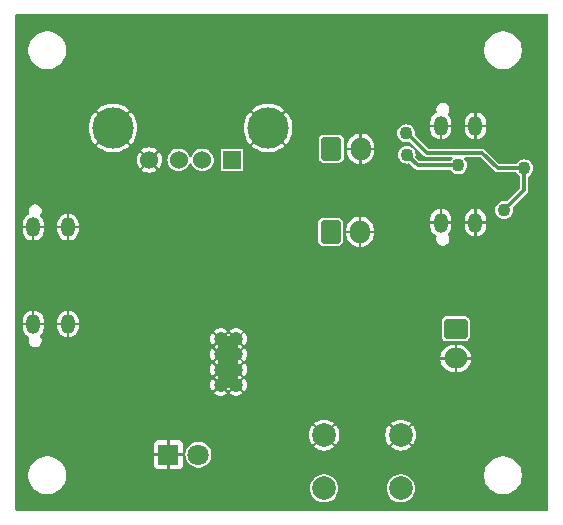
<source format=gbr>
%TF.GenerationSoftware,KiCad,Pcbnew,8.0.4*%
%TF.CreationDate,2024-12-31T00:11:05+04:00*%
%TF.ProjectId,Powerbank,506f7765-7262-4616-9e6b-2e6b69636164,rev?*%
%TF.SameCoordinates,Original*%
%TF.FileFunction,Copper,L2,Bot*%
%TF.FilePolarity,Positive*%
%FSLAX46Y46*%
G04 Gerber Fmt 4.6, Leading zero omitted, Abs format (unit mm)*
G04 Created by KiCad (PCBNEW 8.0.4) date 2024-12-31 00:11:05*
%MOMM*%
%LPD*%
G01*
G04 APERTURE LIST*
G04 Aperture macros list*
%AMRoundRect*
0 Rectangle with rounded corners*
0 $1 Rounding radius*
0 $2 $3 $4 $5 $6 $7 $8 $9 X,Y pos of 4 corners*
0 Add a 4 corners polygon primitive as box body*
4,1,4,$2,$3,$4,$5,$6,$7,$8,$9,$2,$3,0*
0 Add four circle primitives for the rounded corners*
1,1,$1+$1,$2,$3*
1,1,$1+$1,$4,$5*
1,1,$1+$1,$6,$7*
1,1,$1+$1,$8,$9*
0 Add four rect primitives between the rounded corners*
20,1,$1+$1,$2,$3,$4,$5,0*
20,1,$1+$1,$4,$5,$6,$7,0*
20,1,$1+$1,$6,$7,$8,$9,0*
20,1,$1+$1,$8,$9,$2,$3,0*%
G04 Aperture macros list end*
%TA.AperFunction,ComponentPad*%
%ADD10C,2.000000*%
%TD*%
%TA.AperFunction,ComponentPad*%
%ADD11O,1.200000X1.700000*%
%TD*%
%TA.AperFunction,ComponentPad*%
%ADD12RoundRect,0.250000X-0.600000X-0.750000X0.600000X-0.750000X0.600000X0.750000X-0.600000X0.750000X0*%
%TD*%
%TA.AperFunction,ComponentPad*%
%ADD13O,1.700000X2.000000*%
%TD*%
%TA.AperFunction,ComponentPad*%
%ADD14R,1.800000X1.800000*%
%TD*%
%TA.AperFunction,ComponentPad*%
%ADD15C,1.800000*%
%TD*%
%TA.AperFunction,ComponentPad*%
%ADD16R,1.524000X1.524000*%
%TD*%
%TA.AperFunction,ComponentPad*%
%ADD17C,1.524000*%
%TD*%
%TA.AperFunction,ComponentPad*%
%ADD18C,3.500000*%
%TD*%
%TA.AperFunction,ComponentPad*%
%ADD19RoundRect,0.250000X-0.750000X0.600000X-0.750000X-0.600000X0.750000X-0.600000X0.750000X0.600000X0*%
%TD*%
%TA.AperFunction,ComponentPad*%
%ADD20O,2.000000X1.700000*%
%TD*%
%TA.AperFunction,HeatsinkPad*%
%ADD21C,1.200000*%
%TD*%
%TA.AperFunction,HeatsinkPad*%
%ADD22R,1.800000X4.400000*%
%TD*%
%TA.AperFunction,ViaPad*%
%ADD23C,1.100000*%
%TD*%
%TA.AperFunction,Conductor*%
%ADD24C,0.300000*%
%TD*%
G04 APERTURE END LIST*
D10*
%TO.P,SW1,1,1*%
%TO.N,GND*%
X141850000Y-113600000D03*
X148350000Y-113600000D03*
%TO.P,SW1,2,2*%
%TO.N,Net-(R2-Pad2)*%
X141850000Y-118100001D03*
X148350001Y-118100000D03*
%TD*%
D11*
%TO.P,J2,S1,SHIELD*%
%TO.N,GND*%
X117230000Y-104200000D03*
X120170000Y-104200000D03*
X117230000Y-96000000D03*
X120170000Y-96000000D03*
%TD*%
%TO.P,J6,S1,SHIELD*%
%TO.N,GND*%
X151730000Y-95600000D03*
X154670000Y-95600000D03*
X151730000Y-87400000D03*
X154670000Y-87400000D03*
%TD*%
D12*
%TO.P,J5,1,Pin_1*%
%TO.N,Net-(DD1-Vout)*%
X142400000Y-96375000D03*
D13*
%TO.P,J5,2,Pin_2*%
%TO.N,GND*%
X144900000Y-96375000D03*
%TD*%
D14*
%TO.P,D5,1,K*%
%TO.N,GND*%
X128675000Y-115250000D03*
D15*
%TO.P,D5,2,A*%
%TO.N,Net-(D5-A)*%
X131215000Y-115250000D03*
%TD*%
D16*
%TO.P,J3,1,VBUS*%
%TO.N,Net-(DD1-Vout)*%
X134050000Y-90300000D03*
D17*
%TO.P,J3,2,D-*%
%TO.N,Net-(J3-D-)*%
X131550000Y-90300000D03*
%TO.P,J3,3,D+*%
%TO.N,Net-(J3-D+)*%
X129549999Y-90300000D03*
%TO.P,J3,4,GND*%
%TO.N,GND*%
X127050001Y-90300000D03*
D18*
%TO.P,J3,5,Shield*%
X137120000Y-87590000D03*
X123980000Y-87590000D03*
%TD*%
D19*
%TO.P,J1,1,Pin_1*%
%TO.N,Net-(J1-Pin_1)*%
X153000000Y-104600000D03*
D20*
%TO.P,J1,2,Pin_2*%
%TO.N,GND*%
X153000000Y-107100000D03*
%TD*%
D21*
%TO.P,DD1,9,GND*%
%TO.N,GND*%
X133100000Y-105450000D03*
X133100000Y-106750000D03*
X133100000Y-108050000D03*
X133100000Y-109350000D03*
D22*
X133750000Y-107400000D03*
D21*
X134400000Y-105450000D03*
X134400000Y-106750000D03*
X134400000Y-108050000D03*
X134400000Y-109350000D03*
%TD*%
D12*
%TO.P,J4,1,Pin_1*%
%TO.N,Net-(DD1-Vout)*%
X142450000Y-89350000D03*
D13*
%TO.P,J4,2,Pin_2*%
%TO.N,GND*%
X144950000Y-89350000D03*
%TD*%
D23*
%TO.N,GND*%
X116250000Y-105850000D03*
X134300000Y-95250000D03*
X118700000Y-102950000D03*
X121950000Y-90450000D03*
X146800000Y-97950000D03*
X122100000Y-113000000D03*
X150000000Y-107850000D03*
X144100000Y-94500000D03*
X146250000Y-91100000D03*
X151950000Y-116300000D03*
X140750000Y-86750000D03*
X139100000Y-114450000D03*
X121700000Y-85050000D03*
X131800000Y-103900000D03*
X149700000Y-85650000D03*
X119450000Y-111800000D03*
X122100000Y-116350000D03*
X154600000Y-112700000D03*
X134400000Y-100550000D03*
X150900000Y-79500000D03*
X127500000Y-88450000D03*
X148750000Y-100500000D03*
X157687007Y-110675053D03*
X119200000Y-86500000D03*
X147150000Y-89400000D03*
X146550000Y-87550000D03*
X154850000Y-97400000D03*
X126350000Y-102500000D03*
X122000000Y-96300000D03*
X137250000Y-112050000D03*
X118800000Y-94750000D03*
X129150000Y-106150000D03*
X118700000Y-109050000D03*
X128750000Y-102450000D03*
X125000000Y-113350000D03*
X155100000Y-106350000D03*
X118650000Y-97300000D03*
X151700000Y-108800000D03*
X121150000Y-106350000D03*
X134050000Y-87500000D03*
X136950000Y-84400000D03*
X118800000Y-105450000D03*
X156400000Y-85300000D03*
X131000000Y-101150000D03*
X118700000Y-102950000D03*
X116250000Y-94200000D03*
X149000000Y-95150000D03*
X154100000Y-108850000D03*
X150050000Y-87550000D03*
X141600000Y-79950000D03*
X130600000Y-110900000D03*
X126450000Y-92200000D03*
X151050000Y-106300000D03*
X156050000Y-87850000D03*
X154600000Y-85550000D03*
X148850000Y-97100000D03*
X146550000Y-81750000D03*
X153100000Y-94700000D03*
X123800000Y-99850000D03*
X133950000Y-117600000D03*
X147850000Y-109950000D03*
X134400000Y-97850000D03*
X144900000Y-98500000D03*
X151150000Y-100250000D03*
X116400000Y-111850000D03*
X130200000Y-83650000D03*
X125450000Y-79650000D03*
X157850000Y-102350000D03*
X138450000Y-90700000D03*
X144800000Y-114950000D03*
X135650000Y-80000000D03*
X124900000Y-90650000D03*
X147900000Y-85850000D03*
X124600000Y-116750000D03*
%TO.N,Net-(J6-D+-PadA6)*%
X148800000Y-88050000D03*
X158800000Y-91000000D03*
X157100000Y-94550000D03*
%TO.N,Net-(J6-CC1)*%
X148850000Y-89850000D03*
X153225059Y-90768350D03*
%TD*%
D24*
%TO.N,Net-(J6-D+-PadA6)*%
X148900000Y-88050000D02*
X150550000Y-89700000D01*
X148800000Y-88050000D02*
X148900000Y-88050000D01*
X155250000Y-89700000D02*
X156550000Y-91000000D01*
X157100000Y-94550000D02*
X158800000Y-92850000D01*
X158800000Y-92850000D02*
X158800000Y-91000000D01*
X156550000Y-91000000D02*
X158800000Y-91000000D01*
X150550000Y-89700000D02*
X155250000Y-89700000D01*
%TO.N,Net-(J6-CC1)*%
X149768350Y-90768350D02*
X148850000Y-89850000D01*
X148850000Y-89850000D02*
X148950000Y-89950000D01*
X153225059Y-90768350D02*
X149768350Y-90768350D01*
%TD*%
%TA.AperFunction,Conductor*%
%TO.N,GND*%
G36*
X134159940Y-108234205D02*
G01*
X134215795Y-108290060D01*
X134270042Y-108321379D01*
X133891422Y-108700000D01*
X134270042Y-109078620D01*
X134215795Y-109109940D01*
X134159940Y-109165795D01*
X134128620Y-109220042D01*
X133750000Y-108841422D01*
X133371379Y-109220042D01*
X133340060Y-109165795D01*
X133284205Y-109109940D01*
X133229957Y-109078620D01*
X133608578Y-108700000D01*
X133229957Y-108321379D01*
X133284205Y-108290060D01*
X133340060Y-108234205D01*
X133371379Y-108179957D01*
X133750000Y-108558578D01*
X134128620Y-108179957D01*
X134159940Y-108234205D01*
G37*
%TD.AperFunction*%
%TA.AperFunction,Conductor*%
G36*
X134159940Y-106934205D02*
G01*
X134215795Y-106990060D01*
X134270042Y-107021379D01*
X133891422Y-107400000D01*
X134270042Y-107778620D01*
X134215795Y-107809940D01*
X134159940Y-107865795D01*
X134128620Y-107920042D01*
X133750000Y-107541422D01*
X133371379Y-107920042D01*
X133340060Y-107865795D01*
X133284205Y-107809940D01*
X133229957Y-107778620D01*
X133608578Y-107400000D01*
X133229957Y-107021379D01*
X133284205Y-106990060D01*
X133340060Y-106934205D01*
X133371379Y-106879957D01*
X133750000Y-107258578D01*
X134128620Y-106879957D01*
X134159940Y-106934205D01*
G37*
%TD.AperFunction*%
%TA.AperFunction,Conductor*%
G36*
X134159940Y-105634205D02*
G01*
X134215795Y-105690060D01*
X134270042Y-105721379D01*
X133891422Y-106100000D01*
X134270042Y-106478620D01*
X134215795Y-106509940D01*
X134159940Y-106565795D01*
X134128620Y-106620042D01*
X133750000Y-106241422D01*
X133371379Y-106620042D01*
X133340060Y-106565795D01*
X133284205Y-106509940D01*
X133229957Y-106478620D01*
X133608578Y-106100000D01*
X133229957Y-105721379D01*
X133284205Y-105690060D01*
X133340060Y-105634205D01*
X133371379Y-105579957D01*
X133750000Y-105958578D01*
X134128620Y-105579957D01*
X134159940Y-105634205D01*
G37*
%TD.AperFunction*%
%TA.AperFunction,Conductor*%
G36*
X160808691Y-77969407D02*
G01*
X160844655Y-78018907D01*
X160849500Y-78049500D01*
X160849500Y-119900500D01*
X160830593Y-119958691D01*
X160781093Y-119994655D01*
X160750500Y-119999500D01*
X115799500Y-119999500D01*
X115741309Y-119980593D01*
X115705345Y-119931093D01*
X115700500Y-119900500D01*
X115700500Y-116874034D01*
X116799500Y-116874034D01*
X116799500Y-117125965D01*
X116838908Y-117374780D01*
X116838910Y-117374785D01*
X116916759Y-117614379D01*
X117031130Y-117838845D01*
X117179207Y-118042656D01*
X117357344Y-118220793D01*
X117561155Y-118368870D01*
X117785621Y-118483241D01*
X118025215Y-118561090D01*
X118025216Y-118561090D01*
X118025219Y-118561091D01*
X118274035Y-118600500D01*
X118274038Y-118600500D01*
X118525965Y-118600500D01*
X118774780Y-118561091D01*
X118774781Y-118561090D01*
X118774785Y-118561090D01*
X119014379Y-118483241D01*
X119238845Y-118368870D01*
X119442656Y-118220793D01*
X119563448Y-118100001D01*
X140644357Y-118100001D01*
X140664885Y-118321537D01*
X140725771Y-118535529D01*
X140824942Y-118734690D01*
X140959019Y-118912237D01*
X141123438Y-119062125D01*
X141312599Y-119179248D01*
X141520060Y-119259619D01*
X141738757Y-119300501D01*
X141961243Y-119300501D01*
X142179940Y-119259619D01*
X142387401Y-119179248D01*
X142576562Y-119062125D01*
X142740981Y-118912237D01*
X142875058Y-118734690D01*
X142974229Y-118535529D01*
X143035115Y-118321537D01*
X143055643Y-118100001D01*
X143055643Y-118100000D01*
X147144358Y-118100000D01*
X147164886Y-118321536D01*
X147225772Y-118535528D01*
X147324943Y-118734689D01*
X147459020Y-118912236D01*
X147623439Y-119062124D01*
X147812600Y-119179247D01*
X148020061Y-119259618D01*
X148238758Y-119300500D01*
X148461244Y-119300500D01*
X148679941Y-119259618D01*
X148887402Y-119179247D01*
X149076563Y-119062124D01*
X149240982Y-118912236D01*
X149375059Y-118734689D01*
X149474230Y-118535528D01*
X149535116Y-118321536D01*
X149555644Y-118100000D01*
X149535116Y-117878464D01*
X149474230Y-117664472D01*
X149375059Y-117465311D01*
X149240982Y-117287764D01*
X149076563Y-117137876D01*
X148887402Y-117020753D01*
X148679941Y-116940382D01*
X148679940Y-116940381D01*
X148679938Y-116940381D01*
X148461244Y-116899500D01*
X148238758Y-116899500D01*
X148020063Y-116940381D01*
X148020058Y-116940383D01*
X147812600Y-117020753D01*
X147642681Y-117125962D01*
X147623439Y-117137876D01*
X147459021Y-117287763D01*
X147324944Y-117465309D01*
X147324939Y-117465318D01*
X147225773Y-117664469D01*
X147225772Y-117664472D01*
X147164886Y-117878464D01*
X147144358Y-118100000D01*
X143055643Y-118100000D01*
X143035115Y-117878465D01*
X142974229Y-117664473D01*
X142875058Y-117465312D01*
X142740981Y-117287765D01*
X142576562Y-117137877D01*
X142387401Y-117020754D01*
X142179940Y-116940383D01*
X142179939Y-116940382D01*
X142179937Y-116940382D01*
X141961243Y-116899501D01*
X141738757Y-116899501D01*
X141520062Y-116940382D01*
X141443797Y-116969927D01*
X141312599Y-117020754D01*
X141142677Y-117125965D01*
X141123438Y-117137877D01*
X140959020Y-117287764D01*
X140824943Y-117465310D01*
X140824938Y-117465319D01*
X140725772Y-117664470D01*
X140725771Y-117664473D01*
X140664885Y-117878465D01*
X140644357Y-118100001D01*
X119563448Y-118100001D01*
X119620793Y-118042656D01*
X119768870Y-117838845D01*
X119883241Y-117614379D01*
X119961090Y-117374785D01*
X120000500Y-117125962D01*
X120000500Y-116874038D01*
X120000500Y-116874034D01*
X155399500Y-116874034D01*
X155399500Y-117125965D01*
X155438908Y-117374780D01*
X155438910Y-117374785D01*
X155516759Y-117614379D01*
X155631130Y-117838845D01*
X155779207Y-118042656D01*
X155957344Y-118220793D01*
X156161155Y-118368870D01*
X156385621Y-118483241D01*
X156625215Y-118561090D01*
X156625216Y-118561090D01*
X156625219Y-118561091D01*
X156874035Y-118600500D01*
X156874038Y-118600500D01*
X157125965Y-118600500D01*
X157374780Y-118561091D01*
X157374781Y-118561090D01*
X157374785Y-118561090D01*
X157614379Y-118483241D01*
X157838845Y-118368870D01*
X158042656Y-118220793D01*
X158220793Y-118042656D01*
X158368870Y-117838845D01*
X158483241Y-117614379D01*
X158561090Y-117374785D01*
X158600500Y-117125962D01*
X158600500Y-116874038D01*
X158600500Y-116874034D01*
X158561091Y-116625219D01*
X158561090Y-116625215D01*
X158483241Y-116385621D01*
X158368870Y-116161155D01*
X158220793Y-115957344D01*
X158042656Y-115779207D01*
X157838845Y-115631130D01*
X157838844Y-115631129D01*
X157838842Y-115631128D01*
X157614379Y-115516759D01*
X157374780Y-115438908D01*
X157125965Y-115399500D01*
X157125962Y-115399500D01*
X156874038Y-115399500D01*
X156874035Y-115399500D01*
X156625219Y-115438908D01*
X156385620Y-115516759D01*
X156161157Y-115631128D01*
X155957345Y-115779206D01*
X155779206Y-115957345D01*
X155631128Y-116161157D01*
X155516759Y-116385620D01*
X155438908Y-116625219D01*
X155399500Y-116874034D01*
X120000500Y-116874034D01*
X119961091Y-116625219D01*
X119961090Y-116625215D01*
X119883241Y-116385621D01*
X119768870Y-116161155D01*
X119620793Y-115957344D01*
X119442656Y-115779207D01*
X119238845Y-115631130D01*
X119238844Y-115631129D01*
X119238842Y-115631128D01*
X119014379Y-115516759D01*
X118774780Y-115438908D01*
X118525965Y-115399500D01*
X118525962Y-115399500D01*
X118274038Y-115399500D01*
X118274035Y-115399500D01*
X118025219Y-115438908D01*
X117785620Y-115516759D01*
X117561157Y-115631128D01*
X117357345Y-115779206D01*
X117179206Y-115957345D01*
X117031128Y-116161157D01*
X116916759Y-116385620D01*
X116838908Y-116625219D01*
X116799500Y-116874034D01*
X115700500Y-116874034D01*
X115700500Y-114305202D01*
X127475000Y-114305202D01*
X127475000Y-115149999D01*
X127475001Y-115150000D01*
X128235921Y-115150000D01*
X128225000Y-115190756D01*
X128225000Y-115309244D01*
X128235921Y-115350000D01*
X127475002Y-115350000D01*
X127475001Y-115350001D01*
X127475001Y-116194791D01*
X127477909Y-116219874D01*
X127523213Y-116322477D01*
X127602522Y-116401786D01*
X127705127Y-116447090D01*
X127730203Y-116449999D01*
X128574998Y-116449999D01*
X128575000Y-116449998D01*
X128575000Y-115689079D01*
X128615756Y-115700000D01*
X128734244Y-115700000D01*
X128775000Y-115689079D01*
X128775000Y-116449998D01*
X128775001Y-116449999D01*
X129619790Y-116449999D01*
X129619791Y-116449998D01*
X129644874Y-116447090D01*
X129747477Y-116401786D01*
X129826786Y-116322477D01*
X129872090Y-116219872D01*
X129874999Y-116194797D01*
X129875000Y-116194795D01*
X129875000Y-115350001D01*
X129874999Y-115350000D01*
X129114079Y-115350000D01*
X129125000Y-115309244D01*
X129125000Y-115250000D01*
X130109785Y-115250000D01*
X130128603Y-115453083D01*
X130179262Y-115631130D01*
X130184419Y-115649252D01*
X130249128Y-115779207D01*
X130275327Y-115831821D01*
X130398236Y-115994579D01*
X130548959Y-116131981D01*
X130722363Y-116239348D01*
X130912544Y-116313024D01*
X131113024Y-116350500D01*
X131316976Y-116350500D01*
X131517456Y-116313024D01*
X131707637Y-116239348D01*
X131881041Y-116131981D01*
X132031764Y-115994579D01*
X132154673Y-115831821D01*
X132245582Y-115649250D01*
X132301397Y-115453083D01*
X132320215Y-115250000D01*
X132301397Y-115046917D01*
X132245582Y-114850750D01*
X132154673Y-114668179D01*
X132031764Y-114505421D01*
X131881041Y-114368019D01*
X131707637Y-114260652D01*
X131517456Y-114186976D01*
X131517455Y-114186975D01*
X131517453Y-114186975D01*
X131316976Y-114149500D01*
X131113024Y-114149500D01*
X130912546Y-114186975D01*
X130842632Y-114214059D01*
X130722363Y-114260652D01*
X130548959Y-114368019D01*
X130398237Y-114505420D01*
X130275328Y-114668177D01*
X130275323Y-114668186D01*
X130194418Y-114830667D01*
X130184418Y-114850750D01*
X130128603Y-115046917D01*
X130109785Y-115250000D01*
X129125000Y-115250000D01*
X129125000Y-115190756D01*
X129114079Y-115150000D01*
X129874998Y-115150000D01*
X129874999Y-115149999D01*
X129874999Y-114305210D01*
X129874998Y-114305208D01*
X129872090Y-114280125D01*
X129826786Y-114177522D01*
X129747477Y-114098213D01*
X129644872Y-114052909D01*
X129619797Y-114050000D01*
X128775001Y-114050000D01*
X128775000Y-114050001D01*
X128775000Y-114810920D01*
X128734244Y-114800000D01*
X128615756Y-114800000D01*
X128575000Y-114810920D01*
X128575000Y-114050001D01*
X128574999Y-114050000D01*
X127730210Y-114050000D01*
X127730208Y-114050001D01*
X127705125Y-114052909D01*
X127602522Y-114098213D01*
X127523213Y-114177522D01*
X127477909Y-114280127D01*
X127475000Y-114305202D01*
X115700500Y-114305202D01*
X115700500Y-113599996D01*
X140545034Y-113599996D01*
X140545034Y-113600003D01*
X140564857Y-113826597D01*
X140623733Y-114046323D01*
X140719865Y-114252481D01*
X140850334Y-114438811D01*
X140860050Y-114448527D01*
X141395607Y-113912969D01*
X141409890Y-113937708D01*
X141512292Y-114040110D01*
X141537028Y-114054391D01*
X141001472Y-114589949D01*
X141011188Y-114599665D01*
X141197518Y-114730134D01*
X141403676Y-114826266D01*
X141623402Y-114885142D01*
X141849997Y-114904966D01*
X141850003Y-114904966D01*
X142076597Y-114885142D01*
X142296323Y-114826266D01*
X142502481Y-114730134D01*
X142688814Y-114599663D01*
X142698527Y-114589949D01*
X142162970Y-114054392D01*
X142187708Y-114040110D01*
X142290110Y-113937708D01*
X142304392Y-113912970D01*
X142839949Y-114448527D01*
X142849663Y-114438814D01*
X142980134Y-114252481D01*
X143076266Y-114046323D01*
X143135142Y-113826597D01*
X143154966Y-113600003D01*
X143154966Y-113599996D01*
X147045034Y-113599996D01*
X147045034Y-113600003D01*
X147064857Y-113826597D01*
X147123733Y-114046323D01*
X147219865Y-114252481D01*
X147350334Y-114438811D01*
X147360050Y-114448527D01*
X147895607Y-113912969D01*
X147909890Y-113937708D01*
X148012292Y-114040110D01*
X148037028Y-114054391D01*
X147501472Y-114589949D01*
X147511188Y-114599665D01*
X147697518Y-114730134D01*
X147903676Y-114826266D01*
X148123402Y-114885142D01*
X148349997Y-114904966D01*
X148350003Y-114904966D01*
X148576597Y-114885142D01*
X148796323Y-114826266D01*
X149002481Y-114730134D01*
X149188814Y-114599663D01*
X149198527Y-114589949D01*
X148662970Y-114054392D01*
X148687708Y-114040110D01*
X148790110Y-113937708D01*
X148804392Y-113912970D01*
X149339949Y-114448527D01*
X149349663Y-114438814D01*
X149480134Y-114252481D01*
X149576266Y-114046323D01*
X149635142Y-113826597D01*
X149654966Y-113600003D01*
X149654966Y-113599996D01*
X149635142Y-113373402D01*
X149576266Y-113153676D01*
X149480134Y-112947518D01*
X149349665Y-112761188D01*
X149339949Y-112751472D01*
X148804391Y-113287028D01*
X148790110Y-113262292D01*
X148687708Y-113159890D01*
X148662969Y-113145607D01*
X149198527Y-112610050D01*
X149188811Y-112600334D01*
X149002481Y-112469865D01*
X148796323Y-112373733D01*
X148576597Y-112314857D01*
X148350003Y-112295034D01*
X148349997Y-112295034D01*
X148123402Y-112314857D01*
X147903676Y-112373733D01*
X147697518Y-112469865D01*
X147511185Y-112600336D01*
X147501471Y-112610049D01*
X148037029Y-113145607D01*
X148012292Y-113159890D01*
X147909890Y-113262292D01*
X147895607Y-113287029D01*
X147360049Y-112751471D01*
X147350336Y-112761185D01*
X147219865Y-112947518D01*
X147123733Y-113153676D01*
X147064857Y-113373402D01*
X147045034Y-113599996D01*
X143154966Y-113599996D01*
X143135142Y-113373402D01*
X143076266Y-113153676D01*
X142980134Y-112947518D01*
X142849665Y-112761188D01*
X142839949Y-112751472D01*
X142304391Y-113287028D01*
X142290110Y-113262292D01*
X142187708Y-113159890D01*
X142162969Y-113145607D01*
X142698527Y-112610050D01*
X142688811Y-112600334D01*
X142502481Y-112469865D01*
X142296323Y-112373733D01*
X142076597Y-112314857D01*
X141850003Y-112295034D01*
X141849997Y-112295034D01*
X141623402Y-112314857D01*
X141403676Y-112373733D01*
X141197518Y-112469865D01*
X141011185Y-112600336D01*
X141001471Y-112610049D01*
X141537029Y-113145607D01*
X141512292Y-113159890D01*
X141409890Y-113262292D01*
X141395607Y-113287029D01*
X140860049Y-112751471D01*
X140850336Y-112761185D01*
X140719865Y-112947518D01*
X140623733Y-113153676D01*
X140564857Y-113373402D01*
X140545034Y-113599996D01*
X115700500Y-113599996D01*
X115700500Y-103861355D01*
X116330000Y-103861355D01*
X116330000Y-104099999D01*
X116330001Y-104100000D01*
X116830000Y-104100000D01*
X116830000Y-104300000D01*
X116330001Y-104300000D01*
X116330000Y-104300001D01*
X116330000Y-104538644D01*
X116364586Y-104712519D01*
X116364586Y-104712521D01*
X116432429Y-104876308D01*
X116530923Y-105023715D01*
X116656284Y-105149076D01*
X116803682Y-105247566D01*
X116803691Y-105247570D01*
X116832827Y-105259639D01*
X116879352Y-105299376D01*
X116893636Y-105358870D01*
X116888291Y-105381138D01*
X116888696Y-105381247D01*
X116887016Y-105387513D01*
X116887016Y-105387515D01*
X116870273Y-105450000D01*
X116849500Y-105527525D01*
X116849500Y-105672474D01*
X116887017Y-105812489D01*
X116959487Y-105938010D01*
X116959489Y-105938012D01*
X116959491Y-105938015D01*
X117061985Y-106040509D01*
X117061987Y-106040510D01*
X117061989Y-106040512D01*
X117187511Y-106112982D01*
X117187512Y-106112982D01*
X117187515Y-106112984D01*
X117327525Y-106150500D01*
X117327526Y-106150500D01*
X117472474Y-106150500D01*
X117472475Y-106150500D01*
X117612485Y-106112984D01*
X117612487Y-106112982D01*
X117612489Y-106112982D01*
X117738010Y-106040512D01*
X117738010Y-106040511D01*
X117738015Y-106040509D01*
X117840509Y-105938015D01*
X117912984Y-105812485D01*
X117950500Y-105672475D01*
X117950500Y-105527525D01*
X117929727Y-105450000D01*
X132195043Y-105450000D01*
X132214819Y-105638156D01*
X132273279Y-105818074D01*
X132273285Y-105818088D01*
X132367875Y-105981922D01*
X132395725Y-106012851D01*
X132828619Y-105579956D01*
X132859940Y-105634205D01*
X132915795Y-105690060D01*
X132970042Y-105721379D01*
X132591422Y-106100000D01*
X132970042Y-106478620D01*
X132915795Y-106509940D01*
X132859940Y-106565795D01*
X132828620Y-106620041D01*
X132395725Y-106187146D01*
X132367876Y-106218077D01*
X132367872Y-106218083D01*
X132273285Y-106381911D01*
X132273279Y-106381925D01*
X132214819Y-106561843D01*
X132195043Y-106750000D01*
X132214819Y-106938156D01*
X132273279Y-107118074D01*
X132273285Y-107118088D01*
X132367875Y-107281922D01*
X132395725Y-107312851D01*
X132828619Y-106879956D01*
X132859940Y-106934205D01*
X132915795Y-106990060D01*
X132970042Y-107021379D01*
X132591422Y-107400000D01*
X132970042Y-107778620D01*
X132915795Y-107809940D01*
X132859940Y-107865795D01*
X132828620Y-107920041D01*
X132395725Y-107487146D01*
X132367876Y-107518077D01*
X132367872Y-107518083D01*
X132273285Y-107681911D01*
X132273279Y-107681925D01*
X132214819Y-107861843D01*
X132195043Y-108050000D01*
X132214819Y-108238156D01*
X132273279Y-108418074D01*
X132273285Y-108418088D01*
X132367875Y-108581922D01*
X132395725Y-108612851D01*
X132828619Y-108179956D01*
X132859940Y-108234205D01*
X132915795Y-108290060D01*
X132970042Y-108321379D01*
X132591422Y-108700000D01*
X132970042Y-109078620D01*
X132915795Y-109109940D01*
X132859940Y-109165795D01*
X132828620Y-109220041D01*
X132395725Y-108787146D01*
X132367876Y-108818077D01*
X132367872Y-108818083D01*
X132273285Y-108981911D01*
X132273279Y-108981925D01*
X132214819Y-109161843D01*
X132195043Y-109350000D01*
X132214819Y-109538156D01*
X132273279Y-109718074D01*
X132273285Y-109718088D01*
X132367875Y-109881922D01*
X132395725Y-109912851D01*
X132828619Y-109479956D01*
X132859940Y-109534205D01*
X132915795Y-109590060D01*
X132970040Y-109621378D01*
X132537581Y-110053838D01*
X132537581Y-110053839D01*
X132647516Y-110133713D01*
X132647526Y-110133719D01*
X132820346Y-110210662D01*
X132820354Y-110210664D01*
X133005409Y-110250000D01*
X133194591Y-110250000D01*
X133379645Y-110210664D01*
X133379653Y-110210662D01*
X133552473Y-110133719D01*
X133552477Y-110133716D01*
X133662416Y-110053838D01*
X133229957Y-109621379D01*
X133284205Y-109590060D01*
X133340060Y-109534205D01*
X133371379Y-109479957D01*
X133750000Y-109858578D01*
X134128620Y-109479957D01*
X134159940Y-109534205D01*
X134215795Y-109590060D01*
X134270040Y-109621378D01*
X133837580Y-110053838D01*
X133947517Y-110133713D01*
X133947526Y-110133719D01*
X134120346Y-110210662D01*
X134120354Y-110210664D01*
X134305409Y-110250000D01*
X134494591Y-110250000D01*
X134679645Y-110210664D01*
X134679653Y-110210662D01*
X134852473Y-110133719D01*
X134852478Y-110133716D01*
X134962417Y-110053839D01*
X134529957Y-109621379D01*
X134584205Y-109590060D01*
X134640060Y-109534205D01*
X134671379Y-109479957D01*
X135104273Y-109912851D01*
X135132125Y-109881920D01*
X135226717Y-109718081D01*
X135226720Y-109718074D01*
X135285180Y-109538156D01*
X135304956Y-109350000D01*
X135285180Y-109161843D01*
X135226720Y-108981925D01*
X135226714Y-108981911D01*
X135132127Y-108818083D01*
X135104272Y-108787146D01*
X134671378Y-109220040D01*
X134640060Y-109165795D01*
X134584205Y-109109940D01*
X134529957Y-109078620D01*
X134908578Y-108700000D01*
X134529957Y-108321379D01*
X134584205Y-108290060D01*
X134640060Y-108234205D01*
X134671379Y-108179957D01*
X135104272Y-108612850D01*
X135132125Y-108581920D01*
X135226717Y-108418081D01*
X135226720Y-108418074D01*
X135285180Y-108238156D01*
X135304956Y-108050000D01*
X135285180Y-107861843D01*
X135226720Y-107681925D01*
X135226714Y-107681911D01*
X135132127Y-107518083D01*
X135104272Y-107487146D01*
X134671378Y-107920040D01*
X134640060Y-107865795D01*
X134584205Y-107809940D01*
X134529957Y-107778620D01*
X134908578Y-107400000D01*
X134529957Y-107021379D01*
X134584205Y-106990060D01*
X134640060Y-106934205D01*
X134671379Y-106879957D01*
X135104272Y-107312850D01*
X135132125Y-107281920D01*
X135226717Y-107118081D01*
X135226720Y-107118074D01*
X135265085Y-107000000D01*
X151701504Y-107000000D01*
X152509157Y-107000000D01*
X152500000Y-107034174D01*
X152500000Y-107165826D01*
X152509157Y-107200000D01*
X151701504Y-107200000D01*
X151728316Y-107369289D01*
X151784250Y-107541440D01*
X151866431Y-107702730D01*
X151866433Y-107702734D01*
X151972824Y-107849169D01*
X152100830Y-107977175D01*
X152247265Y-108083566D01*
X152247269Y-108083568D01*
X152408559Y-108165749D01*
X152580710Y-108221683D01*
X152759490Y-108250000D01*
X152899999Y-108250000D01*
X152900000Y-108249999D01*
X152900000Y-107590842D01*
X152934174Y-107600000D01*
X153065826Y-107600000D01*
X153100000Y-107590842D01*
X153100000Y-108249999D01*
X153100001Y-108250000D01*
X153240510Y-108250000D01*
X153419289Y-108221683D01*
X153591440Y-108165749D01*
X153752730Y-108083568D01*
X153752734Y-108083566D01*
X153899169Y-107977175D01*
X154027175Y-107849169D01*
X154133566Y-107702734D01*
X154133568Y-107702730D01*
X154215749Y-107541440D01*
X154271683Y-107369289D01*
X154298496Y-107200000D01*
X153490843Y-107200000D01*
X153500000Y-107165826D01*
X153500000Y-107034174D01*
X153490843Y-107000000D01*
X154298496Y-107000000D01*
X154271683Y-106830710D01*
X154215749Y-106658559D01*
X154133568Y-106497269D01*
X154133566Y-106497265D01*
X154027175Y-106350830D01*
X153899169Y-106222824D01*
X153752734Y-106116433D01*
X153752730Y-106116431D01*
X153591440Y-106034250D01*
X153419289Y-105978316D01*
X153240510Y-105950000D01*
X153100001Y-105950000D01*
X153100000Y-105950001D01*
X153100000Y-106609157D01*
X153065826Y-106600000D01*
X152934174Y-106600000D01*
X152900000Y-106609157D01*
X152900000Y-105950001D01*
X152899999Y-105950000D01*
X152759490Y-105950000D01*
X152580710Y-105978316D01*
X152408559Y-106034250D01*
X152247269Y-106116431D01*
X152247265Y-106116433D01*
X152100830Y-106222824D01*
X151972824Y-106350830D01*
X151866433Y-106497265D01*
X151866431Y-106497269D01*
X151784250Y-106658559D01*
X151728316Y-106830710D01*
X151701504Y-107000000D01*
X135265085Y-107000000D01*
X135285180Y-106938156D01*
X135304956Y-106750000D01*
X135285180Y-106561843D01*
X135226720Y-106381925D01*
X135226714Y-106381911D01*
X135132127Y-106218083D01*
X135104272Y-106187146D01*
X134671378Y-106620040D01*
X134640060Y-106565795D01*
X134584205Y-106509940D01*
X134529957Y-106478620D01*
X134908578Y-106100000D01*
X134529957Y-105721379D01*
X134584205Y-105690060D01*
X134640060Y-105634205D01*
X134671379Y-105579957D01*
X135104272Y-106012850D01*
X135132125Y-105981920D01*
X135226717Y-105818081D01*
X135226720Y-105818074D01*
X135285180Y-105638156D01*
X135304956Y-105450000D01*
X135285180Y-105261843D01*
X135226720Y-105081925D01*
X135226714Y-105081911D01*
X135132127Y-104918082D01*
X135132125Y-104918079D01*
X135104273Y-104887147D01*
X134671378Y-105320041D01*
X134640060Y-105265795D01*
X134584205Y-105209940D01*
X134529956Y-105178619D01*
X134962417Y-104746160D01*
X134852475Y-104666282D01*
X134852468Y-104666278D01*
X134679653Y-104589337D01*
X134679645Y-104589335D01*
X134494591Y-104550000D01*
X134305409Y-104550000D01*
X134120354Y-104589335D01*
X134120346Y-104589337D01*
X133947528Y-104666280D01*
X133947516Y-104666286D01*
X133837580Y-104746158D01*
X134270042Y-105178620D01*
X134215795Y-105209940D01*
X134159940Y-105265795D01*
X134128620Y-105320042D01*
X133750000Y-104941422D01*
X133371379Y-105320042D01*
X133340060Y-105265795D01*
X133284205Y-105209940D01*
X133229957Y-105178620D01*
X133662417Y-104746159D01*
X133552475Y-104666282D01*
X133552468Y-104666278D01*
X133379653Y-104589337D01*
X133379645Y-104589335D01*
X133194591Y-104550000D01*
X133005409Y-104550000D01*
X132820354Y-104589335D01*
X132820346Y-104589337D01*
X132647528Y-104666280D01*
X132647517Y-104666286D01*
X132537581Y-104746159D01*
X132970042Y-105178620D01*
X132915795Y-105209940D01*
X132859940Y-105265795D01*
X132828620Y-105320042D01*
X132395725Y-104887146D01*
X132367876Y-104918077D01*
X132367872Y-104918083D01*
X132273285Y-105081911D01*
X132273279Y-105081925D01*
X132214819Y-105261843D01*
X132195043Y-105450000D01*
X117929727Y-105450000D01*
X117912984Y-105387515D01*
X117912982Y-105387512D01*
X117912982Y-105387510D01*
X117840512Y-105261989D01*
X117840510Y-105261987D01*
X117840509Y-105261985D01*
X117835659Y-105257135D01*
X117807884Y-105202621D01*
X117817455Y-105142189D01*
X117835662Y-105117130D01*
X117929074Y-105023718D01*
X118027570Y-104876308D01*
X118095413Y-104712521D01*
X118095413Y-104712519D01*
X118129999Y-104538644D01*
X118130000Y-104538641D01*
X118130000Y-104300001D01*
X118129999Y-104300000D01*
X117630000Y-104300000D01*
X117630000Y-104100000D01*
X118129999Y-104100000D01*
X118130000Y-104099999D01*
X118130000Y-103861358D01*
X118129999Y-103861355D01*
X119270000Y-103861355D01*
X119270000Y-104099999D01*
X119270001Y-104100000D01*
X119770000Y-104100000D01*
X119770000Y-104300000D01*
X119270001Y-104300000D01*
X119270000Y-104300001D01*
X119270000Y-104538644D01*
X119304586Y-104712519D01*
X119304586Y-104712521D01*
X119372429Y-104876308D01*
X119470923Y-105023715D01*
X119596284Y-105149076D01*
X119743691Y-105247570D01*
X119907478Y-105315413D01*
X119907481Y-105315414D01*
X120069999Y-105347739D01*
X120070000Y-105347739D01*
X120070000Y-104837315D01*
X120117339Y-104850000D01*
X120222661Y-104850000D01*
X120270000Y-104837315D01*
X120270000Y-105347739D01*
X120432518Y-105315414D01*
X120432521Y-105315413D01*
X120596308Y-105247570D01*
X120743715Y-105149076D01*
X120869076Y-105023715D01*
X120967570Y-104876308D01*
X121035413Y-104712521D01*
X121035413Y-104712519D01*
X121069999Y-104538644D01*
X121070000Y-104538641D01*
X121070000Y-104300001D01*
X121069999Y-104300000D01*
X120570000Y-104300000D01*
X120570000Y-104100000D01*
X121069999Y-104100000D01*
X121070000Y-104099999D01*
X121070000Y-103945725D01*
X151799500Y-103945725D01*
X151799500Y-105254274D01*
X151802353Y-105284694D01*
X151802355Y-105284703D01*
X151847207Y-105412883D01*
X151927845Y-105522144D01*
X151927847Y-105522146D01*
X151927850Y-105522150D01*
X151927853Y-105522152D01*
X151927855Y-105522154D01*
X152037116Y-105602792D01*
X152037117Y-105602792D01*
X152037118Y-105602793D01*
X152165301Y-105647646D01*
X152195725Y-105650499D01*
X152195727Y-105650500D01*
X152195734Y-105650500D01*
X153804273Y-105650500D01*
X153804273Y-105650499D01*
X153834699Y-105647646D01*
X153962882Y-105602793D01*
X154072150Y-105522150D01*
X154152793Y-105412882D01*
X154197646Y-105284699D01*
X154200499Y-105254273D01*
X154200500Y-105254273D01*
X154200500Y-103945727D01*
X154200499Y-103945725D01*
X154197646Y-103915305D01*
X154197646Y-103915301D01*
X154152793Y-103787118D01*
X154091740Y-103704394D01*
X154072154Y-103677855D01*
X154072152Y-103677853D01*
X154072150Y-103677850D01*
X154072146Y-103677847D01*
X154072144Y-103677845D01*
X153962883Y-103597207D01*
X153834703Y-103552355D01*
X153834694Y-103552353D01*
X153804274Y-103549500D01*
X153804266Y-103549500D01*
X152195734Y-103549500D01*
X152195725Y-103549500D01*
X152165305Y-103552353D01*
X152165296Y-103552355D01*
X152037116Y-103597207D01*
X151927855Y-103677845D01*
X151927845Y-103677855D01*
X151847207Y-103787116D01*
X151802355Y-103915296D01*
X151802353Y-103915305D01*
X151799500Y-103945725D01*
X121070000Y-103945725D01*
X121070000Y-103861358D01*
X121069999Y-103861355D01*
X121035413Y-103687480D01*
X121035413Y-103687478D01*
X120967570Y-103523691D01*
X120869076Y-103376284D01*
X120743715Y-103250923D01*
X120596308Y-103152429D01*
X120432520Y-103084586D01*
X120270000Y-103052258D01*
X120270000Y-103562684D01*
X120222661Y-103550000D01*
X120117339Y-103550000D01*
X120070000Y-103562684D01*
X120070000Y-103052258D01*
X119907480Y-103084586D01*
X119907478Y-103084586D01*
X119743691Y-103152429D01*
X119596284Y-103250923D01*
X119470923Y-103376284D01*
X119372429Y-103523691D01*
X119304586Y-103687478D01*
X119304586Y-103687480D01*
X119270000Y-103861355D01*
X118129999Y-103861355D01*
X118095413Y-103687480D01*
X118095413Y-103687478D01*
X118027570Y-103523691D01*
X117929076Y-103376284D01*
X117803715Y-103250923D01*
X117656308Y-103152429D01*
X117492520Y-103084586D01*
X117330000Y-103052258D01*
X117330000Y-103562684D01*
X117282661Y-103550000D01*
X117177339Y-103550000D01*
X117130000Y-103562684D01*
X117130000Y-103052258D01*
X116967480Y-103084586D01*
X116967478Y-103084586D01*
X116803691Y-103152429D01*
X116656284Y-103250923D01*
X116530923Y-103376284D01*
X116432429Y-103523691D01*
X116364586Y-103687478D01*
X116364586Y-103687480D01*
X116330000Y-103861355D01*
X115700500Y-103861355D01*
X115700500Y-95661355D01*
X116330000Y-95661355D01*
X116330000Y-95899999D01*
X116330001Y-95900000D01*
X116830000Y-95900000D01*
X116830000Y-96100000D01*
X116330001Y-96100000D01*
X116330000Y-96100001D01*
X116330000Y-96338644D01*
X116364586Y-96512519D01*
X116364586Y-96512521D01*
X116432429Y-96676308D01*
X116530923Y-96823715D01*
X116656284Y-96949076D01*
X116803691Y-97047570D01*
X116967478Y-97115413D01*
X116967481Y-97115414D01*
X117129999Y-97147739D01*
X117130000Y-97147739D01*
X117130000Y-96637315D01*
X117177339Y-96650000D01*
X117282661Y-96650000D01*
X117330000Y-96637315D01*
X117330000Y-97147739D01*
X117492518Y-97115414D01*
X117492521Y-97115413D01*
X117656308Y-97047570D01*
X117803715Y-96949076D01*
X117929076Y-96823715D01*
X118027570Y-96676308D01*
X118095413Y-96512521D01*
X118095413Y-96512519D01*
X118129999Y-96338644D01*
X118130000Y-96338641D01*
X118130000Y-96100001D01*
X118129999Y-96100000D01*
X117630000Y-96100000D01*
X117630000Y-95900000D01*
X118129999Y-95900000D01*
X118130000Y-95899999D01*
X118130000Y-95661358D01*
X118129999Y-95661355D01*
X119270000Y-95661355D01*
X119270000Y-95899999D01*
X119270001Y-95900000D01*
X119770000Y-95900000D01*
X119770000Y-96100000D01*
X119270001Y-96100000D01*
X119270000Y-96100001D01*
X119270000Y-96338644D01*
X119304586Y-96512519D01*
X119304586Y-96512521D01*
X119372429Y-96676308D01*
X119470923Y-96823715D01*
X119596284Y-96949076D01*
X119743691Y-97047570D01*
X119907478Y-97115413D01*
X119907481Y-97115414D01*
X120069999Y-97147739D01*
X120070000Y-97147739D01*
X120070000Y-96637315D01*
X120117339Y-96650000D01*
X120222661Y-96650000D01*
X120270000Y-96637315D01*
X120270000Y-97147739D01*
X120432518Y-97115414D01*
X120432521Y-97115413D01*
X120596308Y-97047570D01*
X120743715Y-96949076D01*
X120869076Y-96823715D01*
X120967570Y-96676308D01*
X121035413Y-96512521D01*
X121035413Y-96512519D01*
X121069999Y-96338644D01*
X121070000Y-96338641D01*
X121070000Y-96100001D01*
X121069999Y-96100000D01*
X120570000Y-96100000D01*
X120570000Y-95900000D01*
X121069999Y-95900000D01*
X121070000Y-95899999D01*
X121070000Y-95661358D01*
X121069999Y-95661355D01*
X121051972Y-95570725D01*
X141349500Y-95570725D01*
X141349500Y-97179274D01*
X141352353Y-97209694D01*
X141352355Y-97209703D01*
X141397207Y-97337883D01*
X141477845Y-97447144D01*
X141477847Y-97447146D01*
X141477850Y-97447150D01*
X141477853Y-97447152D01*
X141477855Y-97447154D01*
X141587116Y-97527792D01*
X141587117Y-97527792D01*
X141587118Y-97527793D01*
X141715301Y-97572646D01*
X141745725Y-97575499D01*
X141745727Y-97575500D01*
X141745734Y-97575500D01*
X143054273Y-97575500D01*
X143054273Y-97575499D01*
X143084699Y-97572646D01*
X143212882Y-97527793D01*
X143322150Y-97447150D01*
X143402793Y-97337882D01*
X143447646Y-97209699D01*
X143450499Y-97179273D01*
X143450500Y-97179273D01*
X143450500Y-96134489D01*
X143750000Y-96134489D01*
X143750000Y-96274999D01*
X143750001Y-96275000D01*
X144409157Y-96275000D01*
X144400000Y-96309174D01*
X144400000Y-96440826D01*
X144409157Y-96475000D01*
X143750001Y-96475000D01*
X143750000Y-96475001D01*
X143750000Y-96615510D01*
X143778316Y-96794289D01*
X143834250Y-96966440D01*
X143916431Y-97127730D01*
X143916433Y-97127734D01*
X144022824Y-97274169D01*
X144150830Y-97402175D01*
X144297265Y-97508566D01*
X144297269Y-97508568D01*
X144458559Y-97590749D01*
X144630710Y-97646683D01*
X144800000Y-97673496D01*
X144800000Y-96865842D01*
X144834174Y-96875000D01*
X144965826Y-96875000D01*
X145000000Y-96865842D01*
X145000000Y-97673495D01*
X145169289Y-97646683D01*
X145341440Y-97590749D01*
X145502730Y-97508568D01*
X145502734Y-97508566D01*
X145649169Y-97402175D01*
X145777175Y-97274169D01*
X145883566Y-97127734D01*
X145883568Y-97127730D01*
X145965749Y-96966440D01*
X146021683Y-96794289D01*
X146050000Y-96615510D01*
X146050000Y-96475001D01*
X146049999Y-96475000D01*
X145390843Y-96475000D01*
X145400000Y-96440826D01*
X145400000Y-96309174D01*
X145390843Y-96275000D01*
X146049999Y-96275000D01*
X146050000Y-96274999D01*
X146050000Y-96134489D01*
X146021683Y-95955710D01*
X145965749Y-95783559D01*
X145883568Y-95622269D01*
X145883566Y-95622265D01*
X145777175Y-95475830D01*
X145649169Y-95347824D01*
X145530154Y-95261355D01*
X150830000Y-95261355D01*
X150830000Y-95499999D01*
X150830001Y-95500000D01*
X151330000Y-95500000D01*
X151330000Y-95700000D01*
X150830001Y-95700000D01*
X150830000Y-95700001D01*
X150830000Y-95938644D01*
X150864586Y-96112519D01*
X150864586Y-96112521D01*
X150932429Y-96276308D01*
X151030923Y-96423715D01*
X151156284Y-96549076D01*
X151303682Y-96647566D01*
X151303691Y-96647570D01*
X151332827Y-96659639D01*
X151379352Y-96699376D01*
X151393636Y-96758870D01*
X151388291Y-96781138D01*
X151388696Y-96781247D01*
X151349500Y-96927525D01*
X151349500Y-97072474D01*
X151387017Y-97212489D01*
X151459487Y-97338010D01*
X151459489Y-97338012D01*
X151459491Y-97338015D01*
X151561985Y-97440509D01*
X151561987Y-97440510D01*
X151561989Y-97440512D01*
X151687511Y-97512982D01*
X151687512Y-97512982D01*
X151687515Y-97512984D01*
X151827525Y-97550500D01*
X151827526Y-97550500D01*
X151972474Y-97550500D01*
X151972475Y-97550500D01*
X152112485Y-97512984D01*
X152112487Y-97512982D01*
X152112489Y-97512982D01*
X152238010Y-97440512D01*
X152238010Y-97440511D01*
X152238015Y-97440509D01*
X152340509Y-97338015D01*
X152412984Y-97212485D01*
X152450500Y-97072475D01*
X152450500Y-96927525D01*
X152412984Y-96787515D01*
X152412982Y-96787512D01*
X152412982Y-96787510D01*
X152340512Y-96661989D01*
X152340510Y-96661987D01*
X152340509Y-96661985D01*
X152335659Y-96657135D01*
X152307884Y-96602621D01*
X152317455Y-96542189D01*
X152335662Y-96517130D01*
X152429074Y-96423718D01*
X152527570Y-96276308D01*
X152595413Y-96112521D01*
X152595413Y-96112519D01*
X152629999Y-95938644D01*
X152630000Y-95938641D01*
X152630000Y-95700001D01*
X152629999Y-95700000D01*
X152130000Y-95700000D01*
X152130000Y-95500000D01*
X152629999Y-95500000D01*
X152630000Y-95499999D01*
X152630000Y-95261358D01*
X152629999Y-95261355D01*
X153770000Y-95261355D01*
X153770000Y-95499999D01*
X153770001Y-95500000D01*
X154270000Y-95500000D01*
X154270000Y-95700000D01*
X153770001Y-95700000D01*
X153770000Y-95700001D01*
X153770000Y-95938644D01*
X153804586Y-96112519D01*
X153804586Y-96112521D01*
X153872429Y-96276308D01*
X153970923Y-96423715D01*
X154096284Y-96549076D01*
X154243691Y-96647570D01*
X154407478Y-96715413D01*
X154407481Y-96715414D01*
X154569999Y-96747739D01*
X154570000Y-96747739D01*
X154570000Y-96237315D01*
X154617339Y-96250000D01*
X154722661Y-96250000D01*
X154770000Y-96237315D01*
X154770000Y-96747739D01*
X154932518Y-96715414D01*
X154932521Y-96715413D01*
X155096308Y-96647570D01*
X155243715Y-96549076D01*
X155369076Y-96423715D01*
X155467570Y-96276308D01*
X155535413Y-96112521D01*
X155535413Y-96112519D01*
X155569999Y-95938644D01*
X155570000Y-95938641D01*
X155570000Y-95700001D01*
X155569999Y-95700000D01*
X155070000Y-95700000D01*
X155070000Y-95500000D01*
X155569999Y-95500000D01*
X155570000Y-95499999D01*
X155570000Y-95261358D01*
X155569999Y-95261355D01*
X155535413Y-95087480D01*
X155535413Y-95087478D01*
X155467570Y-94923691D01*
X155369076Y-94776284D01*
X155243715Y-94650923D01*
X155096308Y-94552429D01*
X154932520Y-94484586D01*
X154770000Y-94452258D01*
X154770000Y-94962684D01*
X154722661Y-94950000D01*
X154617339Y-94950000D01*
X154570000Y-94962684D01*
X154570000Y-94452258D01*
X154407480Y-94484586D01*
X154407478Y-94484586D01*
X154243691Y-94552429D01*
X154096284Y-94650923D01*
X153970923Y-94776284D01*
X153872429Y-94923691D01*
X153804586Y-95087478D01*
X153804586Y-95087480D01*
X153770000Y-95261355D01*
X152629999Y-95261355D01*
X152595413Y-95087480D01*
X152595413Y-95087478D01*
X152527570Y-94923691D01*
X152429076Y-94776284D01*
X152303715Y-94650923D01*
X152156308Y-94552429D01*
X151992520Y-94484586D01*
X151830000Y-94452258D01*
X151830000Y-94962684D01*
X151782661Y-94950000D01*
X151677339Y-94950000D01*
X151630000Y-94962684D01*
X151630000Y-94452258D01*
X151467480Y-94484586D01*
X151467478Y-94484586D01*
X151303691Y-94552429D01*
X151156284Y-94650923D01*
X151030923Y-94776284D01*
X150932429Y-94923691D01*
X150864586Y-95087478D01*
X150864586Y-95087480D01*
X150830000Y-95261355D01*
X145530154Y-95261355D01*
X145502734Y-95241433D01*
X145502730Y-95241431D01*
X145341440Y-95159250D01*
X145169289Y-95103316D01*
X145000000Y-95076502D01*
X145000000Y-95884157D01*
X144965826Y-95875000D01*
X144834174Y-95875000D01*
X144800000Y-95884157D01*
X144800000Y-95076503D01*
X144799999Y-95076502D01*
X144630710Y-95103316D01*
X144458559Y-95159250D01*
X144297269Y-95241431D01*
X144297265Y-95241433D01*
X144150830Y-95347824D01*
X144022824Y-95475830D01*
X143916433Y-95622265D01*
X143916431Y-95622269D01*
X143834250Y-95783559D01*
X143778316Y-95955710D01*
X143750000Y-96134489D01*
X143450500Y-96134489D01*
X143450500Y-95570727D01*
X143450499Y-95570725D01*
X143447646Y-95540305D01*
X143447646Y-95540301D01*
X143402793Y-95412118D01*
X143355342Y-95347824D01*
X143322154Y-95302855D01*
X143322152Y-95302853D01*
X143322150Y-95302850D01*
X143322146Y-95302847D01*
X143322144Y-95302845D01*
X143212883Y-95222207D01*
X143084703Y-95177355D01*
X143084694Y-95177353D01*
X143054274Y-95174500D01*
X143054266Y-95174500D01*
X141745734Y-95174500D01*
X141745725Y-95174500D01*
X141715305Y-95177353D01*
X141715296Y-95177355D01*
X141587116Y-95222207D01*
X141477855Y-95302845D01*
X141477845Y-95302855D01*
X141397207Y-95412116D01*
X141352355Y-95540296D01*
X141352353Y-95540305D01*
X141349500Y-95570725D01*
X121051972Y-95570725D01*
X121035413Y-95487480D01*
X121035413Y-95487478D01*
X120967570Y-95323691D01*
X120869076Y-95176284D01*
X120743715Y-95050923D01*
X120596308Y-94952429D01*
X120432520Y-94884586D01*
X120270000Y-94852258D01*
X120270000Y-95362684D01*
X120222661Y-95350000D01*
X120117339Y-95350000D01*
X120070000Y-95362684D01*
X120070000Y-94852258D01*
X119907480Y-94884586D01*
X119907478Y-94884586D01*
X119743691Y-94952429D01*
X119596284Y-95050923D01*
X119470923Y-95176284D01*
X119372429Y-95323691D01*
X119304586Y-95487478D01*
X119304586Y-95487480D01*
X119270000Y-95661355D01*
X118129999Y-95661355D01*
X118095413Y-95487480D01*
X118095413Y-95487478D01*
X118027570Y-95323691D01*
X117929076Y-95176284D01*
X117835661Y-95082869D01*
X117807884Y-95028352D01*
X117817455Y-94967920D01*
X117835666Y-94942857D01*
X117840509Y-94938015D01*
X117912984Y-94812485D01*
X117950500Y-94672475D01*
X117950500Y-94527525D01*
X117912984Y-94387515D01*
X117912982Y-94387512D01*
X117912982Y-94387510D01*
X117840512Y-94261989D01*
X117840510Y-94261987D01*
X117840509Y-94261985D01*
X117738015Y-94159491D01*
X117738012Y-94159489D01*
X117738010Y-94159487D01*
X117612488Y-94087017D01*
X117612489Y-94087017D01*
X117582896Y-94079087D01*
X117472475Y-94049500D01*
X117327525Y-94049500D01*
X117265790Y-94066041D01*
X117187510Y-94087017D01*
X117061989Y-94159487D01*
X116959487Y-94261989D01*
X116887017Y-94387510D01*
X116849500Y-94527525D01*
X116849500Y-94672475D01*
X116861714Y-94718059D01*
X116888696Y-94818753D01*
X116887050Y-94819193D01*
X116891205Y-94872012D01*
X116859233Y-94924179D01*
X116832828Y-94940360D01*
X116803691Y-94952429D01*
X116656284Y-95050923D01*
X116530923Y-95176284D01*
X116432429Y-95323691D01*
X116364586Y-95487478D01*
X116364586Y-95487480D01*
X116330000Y-95661355D01*
X115700500Y-95661355D01*
X115700500Y-90299996D01*
X125982862Y-90299996D01*
X125982862Y-90300003D01*
X126003365Y-90508183D01*
X126003366Y-90508188D01*
X126064093Y-90708376D01*
X126064095Y-90708381D01*
X126162702Y-90892864D01*
X126162706Y-90892870D01*
X126231672Y-90976904D01*
X126661493Y-90547082D01*
X126681910Y-90582446D01*
X126767555Y-90668091D01*
X126802915Y-90688506D01*
X126373095Y-91118327D01*
X126373094Y-91118327D01*
X126457130Y-91187294D01*
X126457136Y-91187298D01*
X126641619Y-91285905D01*
X126641624Y-91285907D01*
X126841812Y-91346634D01*
X126841817Y-91346635D01*
X127049998Y-91367139D01*
X127050004Y-91367139D01*
X127258184Y-91346635D01*
X127258189Y-91346634D01*
X127458377Y-91285907D01*
X127458382Y-91285905D01*
X127642866Y-91187296D01*
X127642877Y-91187289D01*
X127726905Y-91118327D01*
X127297085Y-90688507D01*
X127332447Y-90668091D01*
X127418092Y-90582446D01*
X127438508Y-90547084D01*
X127868328Y-90976904D01*
X127937290Y-90892876D01*
X127937297Y-90892865D01*
X128035906Y-90708381D01*
X128035908Y-90708376D01*
X128096635Y-90508188D01*
X128096636Y-90508183D01*
X128117140Y-90300003D01*
X128117140Y-90299996D01*
X128582842Y-90299996D01*
X128582842Y-90300003D01*
X128601424Y-90488678D01*
X128601425Y-90488683D01*
X128656462Y-90670115D01*
X128656464Y-90670120D01*
X128687750Y-90728651D01*
X128745837Y-90837324D01*
X128866116Y-90983883D01*
X129012675Y-91104162D01*
X129126830Y-91165179D01*
X129168211Y-91187298D01*
X129179884Y-91193537D01*
X129306279Y-91231877D01*
X129361315Y-91248573D01*
X129361320Y-91248574D01*
X129549996Y-91267157D01*
X129549999Y-91267157D01*
X129550002Y-91267157D01*
X129738677Y-91248574D01*
X129738682Y-91248573D01*
X129769462Y-91239236D01*
X129920114Y-91193537D01*
X130087323Y-91104162D01*
X130233882Y-90983883D01*
X130354161Y-90837324D01*
X130443536Y-90670115D01*
X130455263Y-90631454D01*
X130490246Y-90581260D01*
X130548053Y-90561213D01*
X130606605Y-90578973D01*
X130643534Y-90627757D01*
X130644736Y-90631456D01*
X130656463Y-90670115D01*
X130656465Y-90670120D01*
X130687751Y-90728651D01*
X130745838Y-90837324D01*
X130866117Y-90983883D01*
X131012676Y-91104162D01*
X131126831Y-91165179D01*
X131168212Y-91187298D01*
X131179885Y-91193537D01*
X131306280Y-91231877D01*
X131361316Y-91248573D01*
X131361321Y-91248574D01*
X131549997Y-91267157D01*
X131550000Y-91267157D01*
X131550003Y-91267157D01*
X131738678Y-91248574D01*
X131738683Y-91248573D01*
X131769463Y-91239236D01*
X131920115Y-91193537D01*
X132087324Y-91104162D01*
X132233883Y-90983883D01*
X132354162Y-90837324D01*
X132443537Y-90670115D01*
X132498573Y-90488683D01*
X132498574Y-90488678D01*
X132517157Y-90300003D01*
X132517157Y-90299996D01*
X132498574Y-90111321D01*
X132498573Y-90111316D01*
X132472072Y-90023954D01*
X132443537Y-89929885D01*
X132354162Y-89762676D01*
X132233883Y-89616117D01*
X132119579Y-89522309D01*
X132114637Y-89518253D01*
X133087500Y-89518253D01*
X133087500Y-91081746D01*
X133087501Y-91081758D01*
X133099132Y-91140227D01*
X133099134Y-91140233D01*
X133143445Y-91206548D01*
X133143448Y-91206552D01*
X133209769Y-91250867D01*
X133254231Y-91259711D01*
X133268241Y-91262498D01*
X133268246Y-91262498D01*
X133268252Y-91262500D01*
X133268253Y-91262500D01*
X134831747Y-91262500D01*
X134831748Y-91262500D01*
X134890231Y-91250867D01*
X134956552Y-91206552D01*
X135000867Y-91140231D01*
X135012500Y-91081748D01*
X135012500Y-89518252D01*
X135000867Y-89459769D01*
X134956552Y-89393448D01*
X134935099Y-89379113D01*
X134890233Y-89349134D01*
X134890231Y-89349133D01*
X134890228Y-89349132D01*
X134890227Y-89349132D01*
X134831758Y-89337501D01*
X134831748Y-89337500D01*
X133268252Y-89337500D01*
X133268251Y-89337500D01*
X133268241Y-89337501D01*
X133209772Y-89349132D01*
X133209766Y-89349134D01*
X133143451Y-89393445D01*
X133143445Y-89393451D01*
X133099134Y-89459766D01*
X133099132Y-89459772D01*
X133087501Y-89518241D01*
X133087500Y-89518253D01*
X132114637Y-89518253D01*
X132087328Y-89495841D01*
X132087326Y-89495840D01*
X132087324Y-89495838D01*
X132001569Y-89450001D01*
X131920120Y-89406465D01*
X131920115Y-89406463D01*
X131738683Y-89351426D01*
X131738678Y-89351425D01*
X131550003Y-89332843D01*
X131549997Y-89332843D01*
X131361321Y-89351425D01*
X131361316Y-89351426D01*
X131179884Y-89406463D01*
X131179879Y-89406465D01*
X131012681Y-89495835D01*
X131012671Y-89495841D01*
X130866121Y-89616113D01*
X130866113Y-89616121D01*
X130745841Y-89762671D01*
X130745835Y-89762681D01*
X130656465Y-89929879D01*
X130656464Y-89929881D01*
X130644736Y-89968544D01*
X130609750Y-90018740D01*
X130551942Y-90038786D01*
X130493391Y-90021024D01*
X130456463Y-89972240D01*
X130455262Y-89968542D01*
X130443536Y-89929886D01*
X130443533Y-89929879D01*
X130400839Y-89850004D01*
X130354161Y-89762676D01*
X130233882Y-89616117D01*
X130119578Y-89522309D01*
X130087327Y-89495841D01*
X130087325Y-89495840D01*
X130087323Y-89495838D01*
X130001568Y-89450001D01*
X129920119Y-89406465D01*
X129920114Y-89406463D01*
X129738682Y-89351426D01*
X129738677Y-89351425D01*
X129550002Y-89332843D01*
X129549996Y-89332843D01*
X129361320Y-89351425D01*
X129361315Y-89351426D01*
X129179883Y-89406463D01*
X129179878Y-89406465D01*
X129012680Y-89495835D01*
X129012670Y-89495841D01*
X128866120Y-89616113D01*
X128866112Y-89616121D01*
X128745840Y-89762671D01*
X128745834Y-89762681D01*
X128656464Y-89929879D01*
X128656462Y-89929884D01*
X128601425Y-90111316D01*
X128601424Y-90111321D01*
X128582842Y-90299996D01*
X128117140Y-90299996D01*
X128096636Y-90091816D01*
X128096635Y-90091811D01*
X128035908Y-89891623D01*
X128035906Y-89891618D01*
X127937299Y-89707135D01*
X127937295Y-89707129D01*
X127868328Y-89623094D01*
X127438507Y-90052914D01*
X127418092Y-90017554D01*
X127332447Y-89931909D01*
X127297083Y-89911492D01*
X127726905Y-89481671D01*
X127726906Y-89481671D01*
X127642871Y-89412705D01*
X127642865Y-89412701D01*
X127458382Y-89314094D01*
X127458377Y-89314092D01*
X127258189Y-89253365D01*
X127258184Y-89253364D01*
X127050004Y-89232861D01*
X127049998Y-89232861D01*
X126841817Y-89253364D01*
X126841812Y-89253365D01*
X126641624Y-89314092D01*
X126641619Y-89314094D01*
X126457137Y-89412701D01*
X126457131Y-89412705D01*
X126373095Y-89481671D01*
X126802916Y-89911492D01*
X126767555Y-89931909D01*
X126681910Y-90017554D01*
X126661493Y-90052915D01*
X126231672Y-89623094D01*
X126162706Y-89707130D01*
X126162702Y-89707136D01*
X126064095Y-89891618D01*
X126064093Y-89891623D01*
X126003366Y-90091811D01*
X126003365Y-90091816D01*
X125982862Y-90299996D01*
X115700500Y-90299996D01*
X115700500Y-87589996D01*
X121925210Y-87589996D01*
X121925210Y-87590003D01*
X121944347Y-87869790D01*
X121944349Y-87869799D01*
X122001405Y-88144371D01*
X122095321Y-88408626D01*
X122224348Y-88657636D01*
X122386070Y-88886745D01*
X122386075Y-88886751D01*
X122461289Y-88967286D01*
X123097178Y-88331397D01*
X123102829Y-88339175D01*
X123230825Y-88467171D01*
X123238600Y-88472819D01*
X122600771Y-89110649D01*
X122600770Y-89110649D01*
X122795033Y-89268694D01*
X122795049Y-89268705D01*
X123034656Y-89414414D01*
X123034667Y-89414420D01*
X123291888Y-89526145D01*
X123561937Y-89601810D01*
X123561944Y-89601811D01*
X123839778Y-89639999D01*
X123839782Y-89640000D01*
X124120218Y-89640000D01*
X124120221Y-89639999D01*
X124398055Y-89601811D01*
X124398062Y-89601810D01*
X124668111Y-89526145D01*
X124925332Y-89414420D01*
X124925343Y-89414414D01*
X125164948Y-89268707D01*
X125164966Y-89268694D01*
X125359227Y-89110649D01*
X124721398Y-88472820D01*
X124729175Y-88467171D01*
X124857171Y-88339175D01*
X124862820Y-88331399D01*
X125498709Y-88967287D01*
X125573924Y-88886751D01*
X125573929Y-88886745D01*
X125735651Y-88657636D01*
X125864678Y-88408626D01*
X125958594Y-88144371D01*
X126015650Y-87869799D01*
X126015652Y-87869790D01*
X126034790Y-87590003D01*
X126034790Y-87589996D01*
X135065210Y-87589996D01*
X135065210Y-87590003D01*
X135084347Y-87869790D01*
X135084349Y-87869799D01*
X135141405Y-88144371D01*
X135235321Y-88408626D01*
X135364348Y-88657636D01*
X135526070Y-88886745D01*
X135526075Y-88886751D01*
X135601289Y-88967286D01*
X136237178Y-88331397D01*
X136242829Y-88339175D01*
X136370825Y-88467171D01*
X136378600Y-88472819D01*
X135740771Y-89110649D01*
X135740770Y-89110649D01*
X135935033Y-89268694D01*
X135935049Y-89268705D01*
X136174656Y-89414414D01*
X136174667Y-89414420D01*
X136431888Y-89526145D01*
X136701937Y-89601810D01*
X136701944Y-89601811D01*
X136979778Y-89639999D01*
X136979782Y-89640000D01*
X137260218Y-89640000D01*
X137260221Y-89639999D01*
X137538055Y-89601811D01*
X137538062Y-89601810D01*
X137808111Y-89526145D01*
X138065332Y-89414420D01*
X138065343Y-89414414D01*
X138304948Y-89268707D01*
X138304966Y-89268694D01*
X138499227Y-89110649D01*
X137861398Y-88472820D01*
X137869175Y-88467171D01*
X137997171Y-88339175D01*
X138002820Y-88331399D01*
X138638709Y-88967287D01*
X138713924Y-88886751D01*
X138713929Y-88886745D01*
X138875651Y-88657636D01*
X138933639Y-88545725D01*
X141399500Y-88545725D01*
X141399500Y-90154274D01*
X141402353Y-90184694D01*
X141402355Y-90184703D01*
X141447207Y-90312883D01*
X141527845Y-90422144D01*
X141527847Y-90422146D01*
X141527850Y-90422150D01*
X141527853Y-90422152D01*
X141527855Y-90422154D01*
X141637116Y-90502792D01*
X141637117Y-90502792D01*
X141637118Y-90502793D01*
X141765301Y-90547646D01*
X141795725Y-90550499D01*
X141795727Y-90550500D01*
X141795734Y-90550500D01*
X143104273Y-90550500D01*
X143104273Y-90550499D01*
X143134699Y-90547646D01*
X143262882Y-90502793D01*
X143372150Y-90422150D01*
X143452793Y-90312882D01*
X143497646Y-90184699D01*
X143500499Y-90154273D01*
X143500500Y-90154273D01*
X143500500Y-89109489D01*
X143800000Y-89109489D01*
X143800000Y-89249999D01*
X143800001Y-89250000D01*
X144459157Y-89250000D01*
X144450000Y-89284174D01*
X144450000Y-89415826D01*
X144459157Y-89450000D01*
X143800001Y-89450000D01*
X143800000Y-89450001D01*
X143800000Y-89590510D01*
X143828316Y-89769289D01*
X143884250Y-89941440D01*
X143966431Y-90102730D01*
X143966433Y-90102734D01*
X144072824Y-90249169D01*
X144200830Y-90377175D01*
X144347265Y-90483566D01*
X144347269Y-90483568D01*
X144508559Y-90565749D01*
X144680710Y-90621683D01*
X144850000Y-90648496D01*
X144850000Y-89840842D01*
X144884174Y-89850000D01*
X145015826Y-89850000D01*
X145050000Y-89840842D01*
X145050000Y-90648495D01*
X145219289Y-90621683D01*
X145391440Y-90565749D01*
X145552730Y-90483568D01*
X145552734Y-90483566D01*
X145699169Y-90377175D01*
X145827175Y-90249169D01*
X145933566Y-90102734D01*
X145933568Y-90102730D01*
X146015749Y-89941440D01*
X146071683Y-89769289D01*
X146100000Y-89590510D01*
X146100000Y-89450001D01*
X146099999Y-89450000D01*
X145440843Y-89450000D01*
X145450000Y-89415826D01*
X145450000Y-89284174D01*
X145440843Y-89250000D01*
X146099999Y-89250000D01*
X146100000Y-89249999D01*
X146100000Y-89109489D01*
X146071683Y-88930710D01*
X146015749Y-88758559D01*
X145933568Y-88597269D01*
X145933566Y-88597265D01*
X145827175Y-88450830D01*
X145699169Y-88322824D01*
X145552734Y-88216433D01*
X145552730Y-88216431D01*
X145391440Y-88134250D01*
X145219289Y-88078316D01*
X145050000Y-88051502D01*
X145050000Y-88859157D01*
X145015826Y-88850000D01*
X144884174Y-88850000D01*
X144850000Y-88859157D01*
X144850000Y-88051503D01*
X144849999Y-88051502D01*
X144680710Y-88078316D01*
X144508559Y-88134250D01*
X144347269Y-88216431D01*
X144347265Y-88216433D01*
X144200830Y-88322824D01*
X144072824Y-88450830D01*
X143966433Y-88597265D01*
X143966431Y-88597269D01*
X143884250Y-88758559D01*
X143828316Y-88930710D01*
X143800000Y-89109489D01*
X143500500Y-89109489D01*
X143500500Y-88545727D01*
X143500499Y-88545725D01*
X143498170Y-88520890D01*
X143497646Y-88515301D01*
X143452793Y-88387118D01*
X143405342Y-88322824D01*
X143372154Y-88277855D01*
X143372152Y-88277853D01*
X143372150Y-88277850D01*
X143372146Y-88277847D01*
X143372144Y-88277845D01*
X143262883Y-88197207D01*
X143134703Y-88152355D01*
X143134694Y-88152353D01*
X143104274Y-88149500D01*
X143104266Y-88149500D01*
X141795734Y-88149500D01*
X141795725Y-88149500D01*
X141765305Y-88152353D01*
X141765296Y-88152355D01*
X141637116Y-88197207D01*
X141527855Y-88277845D01*
X141527845Y-88277855D01*
X141447207Y-88387116D01*
X141402355Y-88515296D01*
X141402353Y-88515305D01*
X141399500Y-88545725D01*
X138933639Y-88545725D01*
X139004678Y-88408626D01*
X139098594Y-88144371D01*
X139118205Y-88049995D01*
X148044751Y-88049995D01*
X148044751Y-88050004D01*
X148063685Y-88218053D01*
X148063688Y-88218065D01*
X148119544Y-88377690D01*
X148119544Y-88377691D01*
X148206082Y-88515414D01*
X148209523Y-88520890D01*
X148329110Y-88640477D01*
X148472310Y-88730456D01*
X148504101Y-88741580D01*
X148631934Y-88786311D01*
X148631938Y-88786312D01*
X148631941Y-88786313D01*
X148631942Y-88786313D01*
X148631946Y-88786314D01*
X148799996Y-88805249D01*
X148800000Y-88805249D01*
X148800004Y-88805249D01*
X148968053Y-88786314D01*
X148968055Y-88786313D01*
X148968059Y-88786313D01*
X149037184Y-88762124D01*
X149098351Y-88760751D01*
X149139881Y-88785563D01*
X150269531Y-89915212D01*
X150269530Y-89915212D01*
X150334787Y-89980468D01*
X150334789Y-89980470D01*
X150383702Y-90008710D01*
X150414712Y-90026614D01*
X150503856Y-90050500D01*
X152642535Y-90050500D01*
X152700726Y-90069407D01*
X152736690Y-90118907D01*
X152736690Y-90180093D01*
X152712540Y-90219501D01*
X152668357Y-90263685D01*
X152634579Y-90297463D01*
X152588046Y-90371521D01*
X152541077Y-90410733D01*
X152504220Y-90417850D01*
X149954540Y-90417850D01*
X149896349Y-90398943D01*
X149884536Y-90388854D01*
X149611487Y-90115805D01*
X149583710Y-90061288D01*
X149587137Y-90023954D01*
X149585075Y-90023484D01*
X149586314Y-90018054D01*
X149605249Y-89850004D01*
X149605249Y-89849995D01*
X149586314Y-89681946D01*
X149586311Y-89681934D01*
X149537693Y-89542993D01*
X149530456Y-89522310D01*
X149527899Y-89518241D01*
X149440479Y-89379113D01*
X149440478Y-89379112D01*
X149440477Y-89379110D01*
X149320890Y-89259523D01*
X149320887Y-89259521D01*
X149320886Y-89259520D01*
X149177691Y-89169544D01*
X149018065Y-89113688D01*
X149018053Y-89113685D01*
X148850004Y-89094751D01*
X148849996Y-89094751D01*
X148681946Y-89113685D01*
X148681934Y-89113688D01*
X148522309Y-89169544D01*
X148522308Y-89169544D01*
X148379113Y-89259520D01*
X148259520Y-89379113D01*
X148169544Y-89522308D01*
X148169544Y-89522309D01*
X148113688Y-89681934D01*
X148113685Y-89681946D01*
X148094751Y-89849995D01*
X148094751Y-89850004D01*
X148113685Y-90018053D01*
X148113688Y-90018065D01*
X148169544Y-90177690D01*
X148169544Y-90177691D01*
X148258677Y-90319544D01*
X148259523Y-90320890D01*
X148379110Y-90440477D01*
X148379112Y-90440478D01*
X148379113Y-90440479D01*
X148520172Y-90529113D01*
X148522310Y-90530456D01*
X148579590Y-90550499D01*
X148681934Y-90586311D01*
X148681938Y-90586312D01*
X148681941Y-90586313D01*
X148681942Y-90586313D01*
X148681946Y-90586314D01*
X148849996Y-90605249D01*
X148850000Y-90605249D01*
X148850004Y-90605249D01*
X149018054Y-90586314D01*
X149018057Y-90586313D01*
X149018059Y-90586313D01*
X149018060Y-90586312D01*
X149023484Y-90585075D01*
X149024121Y-90587869D01*
X149073933Y-90586572D01*
X149115804Y-90611487D01*
X149336252Y-90831934D01*
X149553138Y-91048820D01*
X149633062Y-91094964D01*
X149722206Y-91118850D01*
X152504220Y-91118850D01*
X152562411Y-91137757D01*
X152588046Y-91165179D01*
X152614042Y-91206552D01*
X152634582Y-91239240D01*
X152754169Y-91358827D01*
X152754171Y-91358828D01*
X152754172Y-91358829D01*
X152814648Y-91396829D01*
X152897369Y-91448806D01*
X152960470Y-91470886D01*
X153056993Y-91504661D01*
X153056997Y-91504662D01*
X153057000Y-91504663D01*
X153057001Y-91504663D01*
X153057005Y-91504664D01*
X153225055Y-91523599D01*
X153225059Y-91523599D01*
X153225063Y-91523599D01*
X153393112Y-91504664D01*
X153393114Y-91504663D01*
X153393118Y-91504663D01*
X153552749Y-91448806D01*
X153695949Y-91358827D01*
X153815536Y-91239240D01*
X153905515Y-91096040D01*
X153961372Y-90936409D01*
X153966278Y-90892870D01*
X153980308Y-90768354D01*
X153980308Y-90768345D01*
X153961373Y-90600296D01*
X153961370Y-90600284D01*
X153918424Y-90477553D01*
X153905515Y-90440660D01*
X153905401Y-90440479D01*
X153815538Y-90297463D01*
X153815537Y-90297462D01*
X153815536Y-90297460D01*
X153737577Y-90219501D01*
X153709802Y-90164987D01*
X153719373Y-90104555D01*
X153762638Y-90061290D01*
X153807583Y-90050500D01*
X155063810Y-90050500D01*
X155122001Y-90069407D01*
X155133814Y-90079496D01*
X156334788Y-91280470D01*
X156334790Y-91280471D01*
X156409492Y-91323601D01*
X156409494Y-91323601D01*
X156414712Y-91326614D01*
X156503856Y-91350500D01*
X156503857Y-91350500D01*
X156596144Y-91350500D01*
X158079161Y-91350500D01*
X158137352Y-91369407D01*
X158162987Y-91396829D01*
X158195646Y-91448806D01*
X158209523Y-91470890D01*
X158329110Y-91590477D01*
X158403172Y-91637013D01*
X158442383Y-91683980D01*
X158449500Y-91720838D01*
X158449500Y-92663809D01*
X158430593Y-92722000D01*
X158420504Y-92733813D01*
X157365804Y-93788512D01*
X157311287Y-93816289D01*
X157273933Y-93812937D01*
X157273480Y-93814924D01*
X157268057Y-93813686D01*
X157100004Y-93794751D01*
X157099996Y-93794751D01*
X156931946Y-93813685D01*
X156931934Y-93813688D01*
X156772309Y-93869544D01*
X156772308Y-93869544D01*
X156629113Y-93959520D01*
X156509520Y-94079113D01*
X156419544Y-94222308D01*
X156419544Y-94222309D01*
X156363688Y-94381934D01*
X156363685Y-94381946D01*
X156344751Y-94549995D01*
X156344751Y-94550004D01*
X156363685Y-94718053D01*
X156363688Y-94718065D01*
X156419544Y-94877690D01*
X156419544Y-94877691D01*
X156509520Y-95020886D01*
X156509523Y-95020890D01*
X156629110Y-95140477D01*
X156629112Y-95140478D01*
X156629113Y-95140479D01*
X156759181Y-95222207D01*
X156772310Y-95230456D01*
X156803675Y-95241431D01*
X156931934Y-95286311D01*
X156931938Y-95286312D01*
X156931941Y-95286313D01*
X156931942Y-95286313D01*
X156931946Y-95286314D01*
X157099996Y-95305249D01*
X157100000Y-95305249D01*
X157100004Y-95305249D01*
X157268053Y-95286314D01*
X157268055Y-95286313D01*
X157268059Y-95286313D01*
X157427690Y-95230456D01*
X157570890Y-95140477D01*
X157690477Y-95020890D01*
X157780456Y-94877690D01*
X157836313Y-94718059D01*
X157836314Y-94718053D01*
X157855249Y-94550004D01*
X157855249Y-94549995D01*
X157836314Y-94381946D01*
X157835075Y-94376517D01*
X157837807Y-94375893D01*
X157836663Y-94325761D01*
X157861485Y-94284195D01*
X159080470Y-93065212D01*
X159126614Y-92985288D01*
X159150500Y-92896144D01*
X159150500Y-91720838D01*
X159169407Y-91662647D01*
X159196827Y-91637013D01*
X159270890Y-91590477D01*
X159390477Y-91470890D01*
X159480456Y-91327690D01*
X159536313Y-91168059D01*
X159536638Y-91165179D01*
X159555249Y-91000004D01*
X159555249Y-90999995D01*
X159536314Y-90831946D01*
X159536311Y-90831934D01*
X159500170Y-90728651D01*
X159480456Y-90672310D01*
X159466123Y-90649500D01*
X159390479Y-90529113D01*
X159390478Y-90529112D01*
X159390477Y-90529110D01*
X159270890Y-90409523D01*
X159270887Y-90409521D01*
X159270886Y-90409520D01*
X159127691Y-90319544D01*
X158968065Y-90263688D01*
X158968053Y-90263685D01*
X158800004Y-90244751D01*
X158799996Y-90244751D01*
X158631946Y-90263685D01*
X158631934Y-90263688D01*
X158472309Y-90319544D01*
X158472308Y-90319544D01*
X158329113Y-90409520D01*
X158209520Y-90529113D01*
X158162987Y-90603171D01*
X158116018Y-90642383D01*
X158079161Y-90649500D01*
X156736190Y-90649500D01*
X156677999Y-90630593D01*
X156666186Y-90620504D01*
X156066706Y-90021024D01*
X155465212Y-89419530D01*
X155385288Y-89373386D01*
X155296144Y-89349500D01*
X155296142Y-89349500D01*
X150736189Y-89349500D01*
X150677998Y-89330593D01*
X150666185Y-89320504D01*
X149572801Y-88227119D01*
X149545024Y-88172602D01*
X149544428Y-88146033D01*
X149555249Y-88050000D01*
X149555249Y-88049995D01*
X149536314Y-87881946D01*
X149536311Y-87881934D01*
X149486170Y-87738641D01*
X149480456Y-87722310D01*
X149454189Y-87680507D01*
X149390479Y-87579113D01*
X149390478Y-87579112D01*
X149390477Y-87579110D01*
X149270890Y-87459523D01*
X149270887Y-87459521D01*
X149270886Y-87459520D01*
X149127691Y-87369544D01*
X148968065Y-87313688D01*
X148968053Y-87313685D01*
X148800004Y-87294751D01*
X148799996Y-87294751D01*
X148631946Y-87313685D01*
X148631934Y-87313688D01*
X148472309Y-87369544D01*
X148472308Y-87369544D01*
X148329113Y-87459520D01*
X148209520Y-87579113D01*
X148119544Y-87722308D01*
X148119544Y-87722309D01*
X148063688Y-87881934D01*
X148063685Y-87881946D01*
X148044751Y-88049995D01*
X139118205Y-88049995D01*
X139155650Y-87869799D01*
X139155652Y-87869790D01*
X139174790Y-87590003D01*
X139174790Y-87589996D01*
X139155652Y-87310209D01*
X139155650Y-87310200D01*
X139103940Y-87061355D01*
X150830000Y-87061355D01*
X150830000Y-87299999D01*
X150830001Y-87300000D01*
X151330000Y-87300000D01*
X151330000Y-87500000D01*
X150830001Y-87500000D01*
X150830000Y-87500001D01*
X150830000Y-87738644D01*
X150864586Y-87912519D01*
X150864586Y-87912521D01*
X150932429Y-88076308D01*
X151030923Y-88223715D01*
X151156284Y-88349076D01*
X151303691Y-88447570D01*
X151467478Y-88515413D01*
X151467481Y-88515414D01*
X151629999Y-88547739D01*
X151630000Y-88547739D01*
X151630000Y-88037315D01*
X151677339Y-88050000D01*
X151782661Y-88050000D01*
X151830000Y-88037315D01*
X151830000Y-88547739D01*
X151992518Y-88515414D01*
X151992521Y-88515413D01*
X152156308Y-88447570D01*
X152303715Y-88349076D01*
X152429076Y-88223715D01*
X152527570Y-88076308D01*
X152595413Y-87912521D01*
X152595413Y-87912519D01*
X152629999Y-87738644D01*
X152630000Y-87738641D01*
X152630000Y-87500001D01*
X152629999Y-87500000D01*
X152130000Y-87500000D01*
X152130000Y-87300000D01*
X152629999Y-87300000D01*
X152630000Y-87299999D01*
X152630000Y-87061358D01*
X152629999Y-87061355D01*
X153770000Y-87061355D01*
X153770000Y-87299999D01*
X153770001Y-87300000D01*
X154270000Y-87300000D01*
X154270000Y-87500000D01*
X153770001Y-87500000D01*
X153770000Y-87500001D01*
X153770000Y-87738644D01*
X153804586Y-87912519D01*
X153804586Y-87912521D01*
X153872429Y-88076308D01*
X153970923Y-88223715D01*
X154096284Y-88349076D01*
X154243691Y-88447570D01*
X154407478Y-88515413D01*
X154407481Y-88515414D01*
X154569999Y-88547739D01*
X154570000Y-88547739D01*
X154570000Y-88037315D01*
X154617339Y-88050000D01*
X154722661Y-88050000D01*
X154770000Y-88037315D01*
X154770000Y-88547739D01*
X154932518Y-88515414D01*
X154932521Y-88515413D01*
X155096308Y-88447570D01*
X155243715Y-88349076D01*
X155369076Y-88223715D01*
X155467570Y-88076308D01*
X155535413Y-87912521D01*
X155535413Y-87912519D01*
X155569999Y-87738644D01*
X155570000Y-87738641D01*
X155570000Y-87500001D01*
X155569999Y-87500000D01*
X155070000Y-87500000D01*
X155070000Y-87300000D01*
X155569999Y-87300000D01*
X155570000Y-87299999D01*
X155570000Y-87061358D01*
X155569999Y-87061355D01*
X155535413Y-86887480D01*
X155535413Y-86887478D01*
X155467570Y-86723691D01*
X155369076Y-86576284D01*
X155243715Y-86450923D01*
X155096308Y-86352429D01*
X154932520Y-86284586D01*
X154770000Y-86252258D01*
X154770000Y-86762684D01*
X154722661Y-86750000D01*
X154617339Y-86750000D01*
X154570000Y-86762684D01*
X154570000Y-86252258D01*
X154407480Y-86284586D01*
X154407478Y-86284586D01*
X154243691Y-86352429D01*
X154096284Y-86450923D01*
X153970923Y-86576284D01*
X153872429Y-86723691D01*
X153804586Y-86887478D01*
X153804586Y-86887480D01*
X153770000Y-87061355D01*
X152629999Y-87061355D01*
X152595413Y-86887480D01*
X152595413Y-86887478D01*
X152527570Y-86723691D01*
X152429076Y-86576284D01*
X152335661Y-86482869D01*
X152307884Y-86428352D01*
X152317455Y-86367920D01*
X152335666Y-86342857D01*
X152340509Y-86338015D01*
X152412984Y-86212485D01*
X152450500Y-86072475D01*
X152450500Y-85927525D01*
X152412984Y-85787515D01*
X152412982Y-85787512D01*
X152412982Y-85787510D01*
X152340512Y-85661989D01*
X152340510Y-85661987D01*
X152340509Y-85661985D01*
X152238015Y-85559491D01*
X152238012Y-85559489D01*
X152238010Y-85559487D01*
X152112488Y-85487017D01*
X152112489Y-85487017D01*
X152082896Y-85479087D01*
X151972475Y-85449500D01*
X151827525Y-85449500D01*
X151765790Y-85466041D01*
X151687510Y-85487017D01*
X151561989Y-85559487D01*
X151459487Y-85661989D01*
X151387017Y-85787510D01*
X151349500Y-85927525D01*
X151349500Y-86072474D01*
X151388696Y-86218753D01*
X151387050Y-86219193D01*
X151391205Y-86272012D01*
X151359233Y-86324179D01*
X151332828Y-86340360D01*
X151303691Y-86352429D01*
X151156284Y-86450923D01*
X151030923Y-86576284D01*
X150932429Y-86723691D01*
X150864586Y-86887478D01*
X150864586Y-86887480D01*
X150830000Y-87061355D01*
X139103940Y-87061355D01*
X139098594Y-87035628D01*
X139004678Y-86771373D01*
X138875651Y-86522363D01*
X138713929Y-86293254D01*
X138713924Y-86293248D01*
X138638709Y-86212712D01*
X138002820Y-86848600D01*
X137997171Y-86840825D01*
X137869175Y-86712829D01*
X137861397Y-86707178D01*
X138499227Y-86069349D01*
X138499228Y-86069349D01*
X138304966Y-85911305D01*
X138304950Y-85911294D01*
X138065343Y-85765585D01*
X138065332Y-85765579D01*
X137808111Y-85653854D01*
X137538062Y-85578189D01*
X137538055Y-85578188D01*
X137260221Y-85540000D01*
X136979778Y-85540000D01*
X136701944Y-85578188D01*
X136701937Y-85578189D01*
X136431888Y-85653854D01*
X136174667Y-85765579D01*
X136174656Y-85765585D01*
X135935049Y-85911294D01*
X135935033Y-85911305D01*
X135740771Y-86069349D01*
X136378601Y-86707179D01*
X136370825Y-86712829D01*
X136242829Y-86840825D01*
X136237179Y-86848601D01*
X135601289Y-86212711D01*
X135601288Y-86212711D01*
X135526082Y-86293238D01*
X135526075Y-86293247D01*
X135364348Y-86522363D01*
X135235321Y-86771373D01*
X135141405Y-87035628D01*
X135084349Y-87310200D01*
X135084347Y-87310209D01*
X135065210Y-87589996D01*
X126034790Y-87589996D01*
X126015652Y-87310209D01*
X126015650Y-87310200D01*
X125958594Y-87035628D01*
X125864678Y-86771373D01*
X125735651Y-86522363D01*
X125573929Y-86293254D01*
X125573924Y-86293248D01*
X125498709Y-86212712D01*
X124862820Y-86848600D01*
X124857171Y-86840825D01*
X124729175Y-86712829D01*
X124721397Y-86707178D01*
X125359227Y-86069349D01*
X125359228Y-86069349D01*
X125164966Y-85911305D01*
X125164950Y-85911294D01*
X124925343Y-85765585D01*
X124925332Y-85765579D01*
X124668111Y-85653854D01*
X124398062Y-85578189D01*
X124398055Y-85578188D01*
X124120221Y-85540000D01*
X123839778Y-85540000D01*
X123561944Y-85578188D01*
X123561937Y-85578189D01*
X123291888Y-85653854D01*
X123034667Y-85765579D01*
X123034656Y-85765585D01*
X122795049Y-85911294D01*
X122795033Y-85911305D01*
X122600771Y-86069349D01*
X123238601Y-86707179D01*
X123230825Y-86712829D01*
X123102829Y-86840825D01*
X123097179Y-86848601D01*
X122461289Y-86212711D01*
X122461288Y-86212711D01*
X122386082Y-86293238D01*
X122386075Y-86293247D01*
X122224348Y-86522363D01*
X122095321Y-86771373D01*
X122001405Y-87035628D01*
X121944349Y-87310200D01*
X121944347Y-87310209D01*
X121925210Y-87589996D01*
X115700500Y-87589996D01*
X115700500Y-80874034D01*
X116799500Y-80874034D01*
X116799500Y-81125965D01*
X116838908Y-81374780D01*
X116838910Y-81374785D01*
X116916759Y-81614379D01*
X117031130Y-81838845D01*
X117179207Y-82042656D01*
X117357344Y-82220793D01*
X117561155Y-82368870D01*
X117785621Y-82483241D01*
X118025215Y-82561090D01*
X118025216Y-82561090D01*
X118025219Y-82561091D01*
X118274035Y-82600500D01*
X118274038Y-82600500D01*
X118525965Y-82600500D01*
X118774780Y-82561091D01*
X118774781Y-82561090D01*
X118774785Y-82561090D01*
X119014379Y-82483241D01*
X119238845Y-82368870D01*
X119442656Y-82220793D01*
X119620793Y-82042656D01*
X119768870Y-81838845D01*
X119883241Y-81614379D01*
X119961090Y-81374785D01*
X120000500Y-81125962D01*
X120000500Y-80874038D01*
X120000500Y-80874034D01*
X155399500Y-80874034D01*
X155399500Y-81125965D01*
X155438908Y-81374780D01*
X155438910Y-81374785D01*
X155516759Y-81614379D01*
X155631130Y-81838845D01*
X155779207Y-82042656D01*
X155957344Y-82220793D01*
X156161155Y-82368870D01*
X156385621Y-82483241D01*
X156625215Y-82561090D01*
X156625216Y-82561090D01*
X156625219Y-82561091D01*
X156874035Y-82600500D01*
X156874038Y-82600500D01*
X157125965Y-82600500D01*
X157374780Y-82561091D01*
X157374781Y-82561090D01*
X157374785Y-82561090D01*
X157614379Y-82483241D01*
X157838845Y-82368870D01*
X158042656Y-82220793D01*
X158220793Y-82042656D01*
X158368870Y-81838845D01*
X158483241Y-81614379D01*
X158561090Y-81374785D01*
X158600500Y-81125962D01*
X158600500Y-80874038D01*
X158600500Y-80874034D01*
X158561091Y-80625219D01*
X158561090Y-80625215D01*
X158483241Y-80385621D01*
X158368870Y-80161155D01*
X158220793Y-79957344D01*
X158042656Y-79779207D01*
X157838845Y-79631130D01*
X157838844Y-79631129D01*
X157838842Y-79631128D01*
X157614379Y-79516759D01*
X157374780Y-79438908D01*
X157125965Y-79399500D01*
X157125962Y-79399500D01*
X156874038Y-79399500D01*
X156874035Y-79399500D01*
X156625219Y-79438908D01*
X156385620Y-79516759D01*
X156161157Y-79631128D01*
X155957345Y-79779206D01*
X155779206Y-79957345D01*
X155631128Y-80161157D01*
X155516759Y-80385620D01*
X155438908Y-80625219D01*
X155399500Y-80874034D01*
X120000500Y-80874034D01*
X119961091Y-80625219D01*
X119961090Y-80625215D01*
X119883241Y-80385621D01*
X119768870Y-80161155D01*
X119620793Y-79957344D01*
X119442656Y-79779207D01*
X119238845Y-79631130D01*
X119238844Y-79631129D01*
X119238842Y-79631128D01*
X119014379Y-79516759D01*
X118774780Y-79438908D01*
X118525965Y-79399500D01*
X118525962Y-79399500D01*
X118274038Y-79399500D01*
X118274035Y-79399500D01*
X118025219Y-79438908D01*
X117785620Y-79516759D01*
X117561157Y-79631128D01*
X117357345Y-79779206D01*
X117179206Y-79957345D01*
X117031128Y-80161157D01*
X116916759Y-80385620D01*
X116838908Y-80625219D01*
X116799500Y-80874034D01*
X115700500Y-80874034D01*
X115700500Y-78049500D01*
X115719407Y-77991309D01*
X115768907Y-77955345D01*
X115799500Y-77950500D01*
X160750500Y-77950500D01*
X160808691Y-77969407D01*
G37*
%TD.AperFunction*%
%TD*%
M02*

</source>
